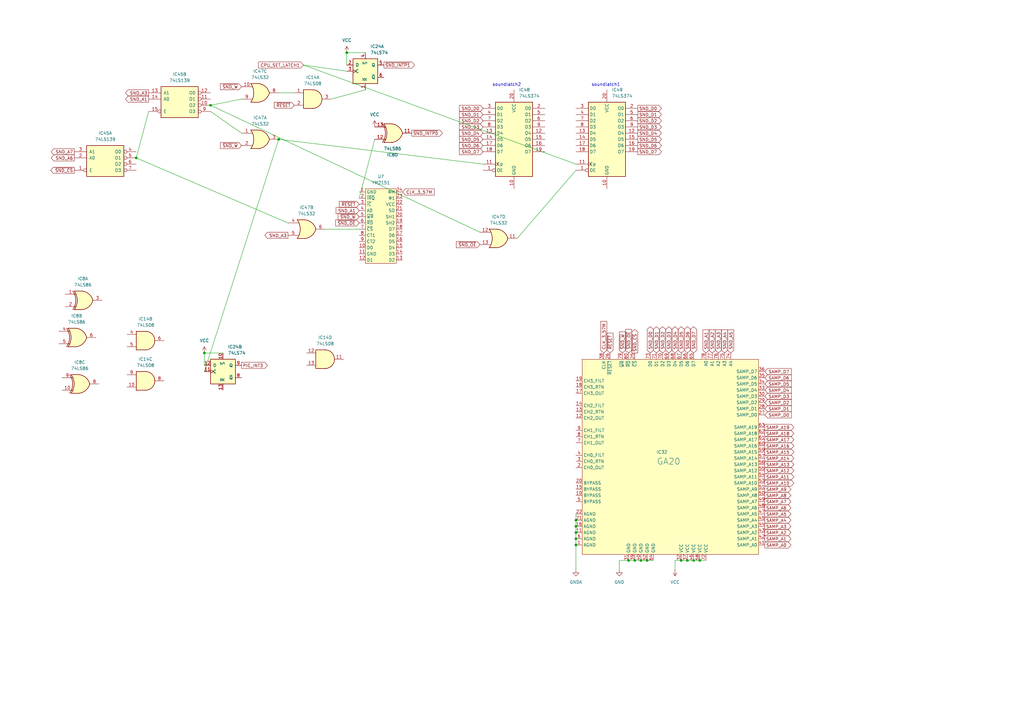
<source format=kicad_sch>
(kicad_sch (version 20230121) (generator eeschema)
  (paper "A3")
  (lib_symbols
    (symbol "74xx:74LS08" (pin_names (offset 1.016))
      (property "Reference" "U" (at 0 1.27 0))
      (property "Value" "74LS08" (at 0 -1.27 0))
      (symbol "74LS08_1_1"
        (arc (start 0 -3.81) (mid 3.7934 0) (end 0 3.81) (stroke (width 0.254)) (fill (type background)))
        (polyline (pts (xy 0 3.81) (xy -3.81 3.81) (xy -3.81 -3.81) (xy 0 -3.81)) (stroke (width 0.254)) (fill (type background)))
        (pin input line (at -7.62 2.54 0) (length 3.81) (name "~") (number "1"))
        (pin input line (at -7.62 -2.54 0) (length 3.81) (name "~") (number "2"))
        (pin output line (at 7.62 0 180) (length 3.81) (name "~") (number "3"))
      )
      (symbol "74LS08_1_2"
        (arc (start -3.81 -3.81) (mid -2.589 0) (end -3.81 3.81) (stroke (width 0.254)))
        (arc (start -0.6096 -3.81) (mid 2.1842 -2.5851) (end 3.81 0) (stroke (width 0.254)) (fill (type background)))
        (polyline (pts (xy -3.81 -3.81) (xy -0.635 -3.81)) (stroke (width 0.254)) (fill (type background)))
        (polyline (pts (xy -3.81 3.81) (xy -0.635 3.81)) (stroke (width 0.254)) (fill (type background)))
        (polyline (pts (xy -0.635 3.81) (xy -3.81 3.81) (xy -3.81 3.81) (xy -3.556 3.4036) (xy -3.0226 2.2606) (xy -2.6924 1.0414) (xy -2.6162 -0.254) (xy -2.7686 -1.4986) (xy -3.175 -2.7178) (xy -3.81 -3.81) (xy -3.81 -3.81) (xy -0.635 -3.81)) (stroke (width -25.4)) (fill (type background)))
        (arc (start 3.81 0) (mid 2.1915 2.5936) (end -0.6096 3.81) (stroke (width 0.254)) (fill (type background)))
        (pin input inverted (at -7.62 2.54 0) (length 4.318) (name "~") (number "1"))
        (pin input inverted (at -7.62 -2.54 0) (length 4.318) (name "~") (number "2"))
        (pin output inverted (at 7.62 0 180) (length 3.81) (name "~") (number "3"))
      )
      (symbol "74LS08_2_1"
        (arc (start 0 -3.81) (mid 3.7934 0) (end 0 3.81) (stroke (width 0.254)) (fill (type background)))
        (polyline (pts (xy 0 3.81) (xy -3.81 3.81) (xy -3.81 -3.81) (xy 0 -3.81)) (stroke (width 0.254)) (fill (type background)))
        (pin input line (at -7.62 2.54 0) (length 3.81) (name "~") (number "4"))
        (pin input line (at -7.62 -2.54 0) (length 3.81) (name "~") (number "5"))
        (pin output line (at 7.62 0 180) (length 3.81) (name "~") (number "6"))
      )
      (symbol "74LS08_2_2"
        (arc (start -3.81 -3.81) (mid -2.589 0) (end -3.81 3.81) (stroke (width 0.254)))
        (arc (start -0.6096 -3.81) (mid 2.1842 -2.5851) (end 3.81 0) (stroke (width 0.254)) (fill (type background)))
        (polyline (pts (xy -3.81 -3.81) (xy -0.635 -3.81)) (stroke (width 0.254)) (fill (type background)))
        (polyline (pts (xy -3.81 3.81) (xy -0.635 3.81)) (stroke (width 0.254)) (fill (type background)))
        (polyline (pts (xy -0.635 3.81) (xy -3.81 3.81) (xy -3.81 3.81) (xy -3.556 3.4036) (xy -3.0226 2.2606) (xy -2.6924 1.0414) (xy -2.6162 -0.254) (xy -2.7686 -1.4986) (xy -3.175 -2.7178) (xy -3.81 -3.81) (xy -3.81 -3.81) (xy -0.635 -3.81)) (stroke (width -25.4)) (fill (type background)))
        (arc (start 3.81 0) (mid 2.1915 2.5936) (end -0.6096 3.81) (stroke (width 0.254)) (fill (type background)))
        (pin input inverted (at -7.62 2.54 0) (length 4.318) (name "~") (number "4"))
        (pin input inverted (at -7.62 -2.54 0) (length 4.318) (name "~") (number "5"))
        (pin output inverted (at 7.62 0 180) (length 3.81) (name "~") (number "6"))
      )
      (symbol "74LS08_3_1"
        (arc (start 0 -3.81) (mid 3.7934 0) (end 0 3.81) (stroke (width 0.254)) (fill (type background)))
        (polyline (pts (xy 0 3.81) (xy -3.81 3.81) (xy -3.81 -3.81) (xy 0 -3.81)) (stroke (width 0.254)) (fill (type background)))
        (pin input line (at -7.62 -2.54 0) (length 3.81) (name "~") (number "10"))
        (pin output line (at 7.62 0 180) (length 3.81) (name "~") (number "8"))
        (pin input line (at -7.62 2.54 0) (length 3.81) (name "~") (number "9"))
      )
      (symbol "74LS08_3_2"
        (arc (start -3.81 -3.81) (mid -2.589 0) (end -3.81 3.81) (stroke (width 0.254)))
        (arc (start -0.6096 -3.81) (mid 2.1842 -2.5851) (end 3.81 0) (stroke (width 0.254)) (fill (type background)))
        (polyline (pts (xy -3.81 -3.81) (xy -0.635 -3.81)) (stroke (width 0.254)) (fill (type background)))
        (polyline (pts (xy -3.81 3.81) (xy -0.635 3.81)) (stroke (width 0.254)) (fill (type background)))
        (polyline (pts (xy -0.635 3.81) (xy -3.81 3.81) (xy -3.81 3.81) (xy -3.556 3.4036) (xy -3.0226 2.2606) (xy -2.6924 1.0414) (xy -2.6162 -0.254) (xy -2.7686 -1.4986) (xy -3.175 -2.7178) (xy -3.81 -3.81) (xy -3.81 -3.81) (xy -0.635 -3.81)) (stroke (width -25.4)) (fill (type background)))
        (arc (start 3.81 0) (mid 2.1915 2.5936) (end -0.6096 3.81) (stroke (width 0.254)) (fill (type background)))
        (pin input inverted (at -7.62 -2.54 0) (length 4.318) (name "~") (number "10"))
        (pin output inverted (at 7.62 0 180) (length 3.81) (name "~") (number "8"))
        (pin input inverted (at -7.62 2.54 0) (length 4.318) (name "~") (number "9"))
      )
      (symbol "74LS08_4_1"
        (arc (start 0 -3.81) (mid 3.7934 0) (end 0 3.81) (stroke (width 0.254)) (fill (type background)))
        (polyline (pts (xy 0 3.81) (xy -3.81 3.81) (xy -3.81 -3.81) (xy 0 -3.81)) (stroke (width 0.254)) (fill (type background)))
        (pin output line (at 7.62 0 180) (length 3.81) (name "~") (number "11"))
        (pin input line (at -7.62 2.54 0) (length 3.81) (name "~") (number "12"))
        (pin input line (at -7.62 -2.54 0) (length 3.81) (name "~") (number "13"))
      )
      (symbol "74LS08_4_2"
        (arc (start -3.81 -3.81) (mid -2.589 0) (end -3.81 3.81) (stroke (width 0.254)))
        (arc (start -0.6096 -3.81) (mid 2.1842 -2.5851) (end 3.81 0) (stroke (width 0.254)) (fill (type background)))
        (polyline (pts (xy -3.81 -3.81) (xy -0.635 -3.81)) (stroke (width 0.254)) (fill (type background)))
        (polyline (pts (xy -3.81 3.81) (xy -0.635 3.81)) (stroke (width 0.254)) (fill (type background)))
        (polyline (pts (xy -0.635 3.81) (xy -3.81 3.81) (xy -3.81 3.81) (xy -3.556 3.4036) (xy -3.0226 2.2606) (xy -2.6924 1.0414) (xy -2.6162 -0.254) (xy -2.7686 -1.4986) (xy -3.175 -2.7178) (xy -3.81 -3.81) (xy -3.81 -3.81) (xy -0.635 -3.81)) (stroke (width -25.4)) (fill (type background)))
        (arc (start 3.81 0) (mid 2.1915 2.5936) (end -0.6096 3.81) (stroke (width 0.254)) (fill (type background)))
        (pin output inverted (at 7.62 0 180) (length 3.81) (name "~") (number "11"))
        (pin input inverted (at -7.62 2.54 0) (length 4.318) (name "~") (number "12"))
        (pin input inverted (at -7.62 -2.54 0) (length 4.318) (name "~") (number "13"))
      )
      (symbol "74LS08_5_0"
        (pin power_in line (at 0 12.7 270) (length 5.08) (name "VCC") (number "14"))
        (pin power_in line (at 0 -12.7 90) (length 5.08) (name "GND") (number "7"))
      )
      (symbol "74LS08_5_1"
        (rectangle (start -5.08 7.62) (end 5.08 -7.62) (stroke (width 0.254)) (fill (type background)))
      )
    )
    (symbol "74xx:74LS139" (pin_names (offset 1.016))
      (property "Reference" "U" (at -7.62 8.89 0))
      (property "Value" "74LS139" (at -7.62 -8.89 0))
      (symbol "74LS139_1_0"
        (pin input inverted (at -12.7 -5.08 0) (length 5.08) (name "E") (number "1"))
        (pin input line (at -12.7 0 0) (length 5.08) (name "A0") (number "2"))
        (pin input line (at -12.7 2.54 0) (length 5.08) (name "A1") (number "3"))
        (pin output inverted (at 12.7 2.54 180) (length 5.08) (name "O0") (number "4"))
        (pin output inverted (at 12.7 0 180) (length 5.08) (name "O1") (number "5"))
        (pin output inverted (at 12.7 -2.54 180) (length 5.08) (name "O2") (number "6"))
        (pin output inverted (at 12.7 -5.08 180) (length 5.08) (name "O3") (number "7"))
      )
      (symbol "74LS139_1_1"
        (rectangle (start -7.62 5.08) (end 7.62 -7.62) (stroke (width 0.254)) (fill (type background)))
      )
      (symbol "74LS139_2_0"
        (pin output inverted (at 12.7 -2.54 180) (length 5.08) (name "O2") (number "10"))
        (pin output inverted (at 12.7 0 180) (length 5.08) (name "O1") (number "11"))
        (pin output inverted (at 12.7 2.54 180) (length 5.08) (name "O0") (number "12"))
        (pin input line (at -12.7 2.54 0) (length 5.08) (name "A1") (number "13"))
        (pin input line (at -12.7 0 0) (length 5.08) (name "A0") (number "14"))
        (pin input inverted (at -12.7 -5.08 0) (length 5.08) (name "E") (number "15"))
        (pin output inverted (at 12.7 -5.08 180) (length 5.08) (name "O3") (number "9"))
      )
      (symbol "74LS139_2_1"
        (rectangle (start -7.62 5.08) (end 7.62 -7.62) (stroke (width 0.254)) (fill (type background)))
      )
      (symbol "74LS139_3_0"
        (pin power_in line (at 0 12.7 270) (length 5.08) (name "VCC") (number "16"))
        (pin power_in line (at 0 -12.7 90) (length 5.08) (name "GND") (number "8"))
      )
      (symbol "74LS139_3_1"
        (rectangle (start -5.08 7.62) (end 5.08 -7.62) (stroke (width 0.254)) (fill (type background)))
      )
    )
    (symbol "74xx:74LS32" (pin_names (offset 1.016))
      (property "Reference" "U" (at 0 1.27 0))
      (property "Value" "74LS32" (at 0 -1.27 0))
      (symbol "74LS32_1_1"
        (arc (start -3.81 -3.81) (mid -2.589 0) (end -3.81 3.81) (stroke (width 0.254)))
        (arc (start -0.6096 -3.81) (mid 2.1842 -2.5851) (end 3.81 0) (stroke (width 0.254)) (fill (type background)))
        (polyline (pts (xy -3.81 -3.81) (xy -0.635 -3.81)) (stroke (width 0.254)) (fill (type background)))
        (polyline (pts (xy -3.81 3.81) (xy -0.635 3.81)) (stroke (width 0.254)) (fill (type background)))
        (polyline (pts (xy -0.635 3.81) (xy -3.81 3.81) (xy -3.81 3.81) (xy -3.556 3.4036) (xy -3.0226 2.2606) (xy -2.6924 1.0414) (xy -2.6162 -0.254) (xy -2.7686 -1.4986) (xy -3.175 -2.7178) (xy -3.81 -3.81) (xy -3.81 -3.81) (xy -0.635 -3.81)) (stroke (width -25.4)) (fill (type background)))
        (arc (start 3.81 0) (mid 2.1915 2.5936) (end -0.6096 3.81) (stroke (width 0.254)) (fill (type background)))
        (pin input line (at -7.62 2.54 0) (length 4.318) (name "~") (number "1"))
        (pin input line (at -7.62 -2.54 0) (length 4.318) (name "~") (number "2"))
        (pin output line (at 7.62 0 180) (length 3.81) (name "~") (number "3"))
      )
      (symbol "74LS32_1_2"
        (arc (start 0 -3.81) (mid 3.7934 0) (end 0 3.81) (stroke (width 0.254)) (fill (type background)))
        (polyline (pts (xy 0 3.81) (xy -3.81 3.81) (xy -3.81 -3.81) (xy 0 -3.81)) (stroke (width 0.254)) (fill (type background)))
        (pin input inverted (at -7.62 2.54 0) (length 3.81) (name "~") (number "1"))
        (pin input inverted (at -7.62 -2.54 0) (length 3.81) (name "~") (number "2"))
        (pin output inverted (at 7.62 0 180) (length 3.81) (name "~") (number "3"))
      )
      (symbol "74LS32_2_1"
        (arc (start -3.81 -3.81) (mid -2.589 0) (end -3.81 3.81) (stroke (width 0.254)))
        (arc (start -0.6096 -3.81) (mid 2.1842 -2.5851) (end 3.81 0) (stroke (width 0.254)) (fill (type background)))
        (polyline (pts (xy -3.81 -3.81) (xy -0.635 -3.81)) (stroke (width 0.254)) (fill (type background)))
        (polyline (pts (xy -3.81 3.81) (xy -0.635 3.81)) (stroke (width 0.254)) (fill (type background)))
        (polyline (pts (xy -0.635 3.81) (xy -3.81 3.81) (xy -3.81 3.81) (xy -3.556 3.4036) (xy -3.0226 2.2606) (xy -2.6924 1.0414) (xy -2.6162 -0.254) (xy -2.7686 -1.4986) (xy -3.175 -2.7178) (xy -3.81 -3.81) (xy -3.81 -3.81) (xy -0.635 -3.81)) (stroke (width -25.4)) (fill (type background)))
        (arc (start 3.81 0) (mid 2.1915 2.5936) (end -0.6096 3.81) (stroke (width 0.254)) (fill (type background)))
        (pin input line (at -7.62 2.54 0) (length 4.318) (name "~") (number "4"))
        (pin input line (at -7.62 -2.54 0) (length 4.318) (name "~") (number "5"))
        (pin output line (at 7.62 0 180) (length 3.81) (name "~") (number "6"))
      )
      (symbol "74LS32_2_2"
        (arc (start 0 -3.81) (mid 3.7934 0) (end 0 3.81) (stroke (width 0.254)) (fill (type background)))
        (polyline (pts (xy 0 3.81) (xy -3.81 3.81) (xy -3.81 -3.81) (xy 0 -3.81)) (stroke (width 0.254)) (fill (type background)))
        (pin input inverted (at -7.62 2.54 0) (length 3.81) (name "~") (number "4"))
        (pin input inverted (at -7.62 -2.54 0) (length 3.81) (name "~") (number "5"))
        (pin output inverted (at 7.62 0 180) (length 3.81) (name "~") (number "6"))
      )
      (symbol "74LS32_3_1"
        (arc (start -3.81 -3.81) (mid -2.589 0) (end -3.81 3.81) (stroke (width 0.254)))
        (arc (start -0.6096 -3.81) (mid 2.1842 -2.5851) (end 3.81 0) (stroke (width 0.254)) (fill (type background)))
        (polyline (pts (xy -3.81 -3.81) (xy -0.635 -3.81)) (stroke (width 0.254)) (fill (type background)))
        (polyline (pts (xy -3.81 3.81) (xy -0.635 3.81)) (stroke (width 0.254)) (fill (type background)))
        (polyline (pts (xy -0.635 3.81) (xy -3.81 3.81) (xy -3.81 3.81) (xy -3.556 3.4036) (xy -3.0226 2.2606) (xy -2.6924 1.0414) (xy -2.6162 -0.254) (xy -2.7686 -1.4986) (xy -3.175 -2.7178) (xy -3.81 -3.81) (xy -3.81 -3.81) (xy -0.635 -3.81)) (stroke (width -25.4)) (fill (type background)))
        (arc (start 3.81 0) (mid 2.1915 2.5936) (end -0.6096 3.81) (stroke (width 0.254)) (fill (type background)))
        (pin input line (at -7.62 -2.54 0) (length 4.318) (name "~") (number "10"))
        (pin output line (at 7.62 0 180) (length 3.81) (name "~") (number "8"))
        (pin input line (at -7.62 2.54 0) (length 4.318) (name "~") (number "9"))
      )
      (symbol "74LS32_3_2"
        (arc (start 0 -3.81) (mid 3.7934 0) (end 0 3.81) (stroke (width 0.254)) (fill (type background)))
        (polyline (pts (xy 0 3.81) (xy -3.81 3.81) (xy -3.81 -3.81) (xy 0 -3.81)) (stroke (width 0.254)) (fill (type background)))
        (pin input inverted (at -7.62 -2.54 0) (length 3.81) (name "~") (number "10"))
        (pin output inverted (at 7.62 0 180) (length 3.81) (name "~") (number "8"))
        (pin input inverted (at -7.62 2.54 0) (length 3.81) (name "~") (number "9"))
      )
      (symbol "74LS32_4_1"
        (arc (start -3.81 -3.81) (mid -2.589 0) (end -3.81 3.81) (stroke (width 0.254)))
        (arc (start -0.6096 -3.81) (mid 2.1842 -2.5851) (end 3.81 0) (stroke (width 0.254)) (fill (type background)))
        (polyline (pts (xy -3.81 -3.81) (xy -0.635 -3.81)) (stroke (width 0.254)) (fill (type background)))
        (polyline (pts (xy -3.81 3.81) (xy -0.635 3.81)) (stroke (width 0.254)) (fill (type background)))
        (polyline (pts (xy -0.635 3.81) (xy -3.81 3.81) (xy -3.81 3.81) (xy -3.556 3.4036) (xy -3.0226 2.2606) (xy -2.6924 1.0414) (xy -2.6162 -0.254) (xy -2.7686 -1.4986) (xy -3.175 -2.7178) (xy -3.81 -3.81) (xy -3.81 -3.81) (xy -0.635 -3.81)) (stroke (width -25.4)) (fill (type background)))
        (arc (start 3.81 0) (mid 2.1915 2.5936) (end -0.6096 3.81) (stroke (width 0.254)) (fill (type background)))
        (pin output line (at 7.62 0 180) (length 3.81) (name "~") (number "11"))
        (pin input line (at -7.62 2.54 0) (length 4.318) (name "~") (number "12"))
        (pin input line (at -7.62 -2.54 0) (length 4.318) (name "~") (number "13"))
      )
      (symbol "74LS32_4_2"
        (arc (start 0 -3.81) (mid 3.7934 0) (end 0 3.81) (stroke (width 0.254)) (fill (type background)))
        (polyline (pts (xy 0 3.81) (xy -3.81 3.81) (xy -3.81 -3.81) (xy 0 -3.81)) (stroke (width 0.254)) (fill (type background)))
        (pin output inverted (at 7.62 0 180) (length 3.81) (name "~") (number "11"))
        (pin input inverted (at -7.62 2.54 0) (length 3.81) (name "~") (number "12"))
        (pin input inverted (at -7.62 -2.54 0) (length 3.81) (name "~") (number "13"))
      )
      (symbol "74LS32_5_0"
        (pin power_in line (at 0 12.7 270) (length 5.08) (name "VCC") (number "14"))
        (pin power_in line (at 0 -12.7 90) (length 5.08) (name "GND") (number "7"))
      )
      (symbol "74LS32_5_1"
        (rectangle (start -5.08 7.62) (end 5.08 -7.62) (stroke (width 0.254)) (fill (type background)))
      )
    )
    (symbol "74xx:74LS374"
      (property "Reference" "U" (at -7.62 16.51 0))
      (property "Value" "74LS374" (at -7.62 -16.51 0))
      (symbol "74LS374_1_0"
        (pin input inverted (at -12.7 -12.7 0) (length 5.08) (name "OE") (number "1"))
        (pin power_in line (at 0 -20.32 90) (length 5.08) (name "GND") (number "10"))
        (pin input clock (at -12.7 -10.16 0) (length 5.08) (name "Cp") (number "11"))
        (pin tri_state line (at 12.7 2.54 180) (length 5.08) (name "O4") (number "12"))
        (pin input line (at -12.7 2.54 0) (length 5.08) (name "D4") (number "13"))
        (pin input line (at -12.7 0 0) (length 5.08) (name "D5") (number "14"))
        (pin tri_state line (at 12.7 0 180) (length 5.08) (name "O5") (number "15"))
        (pin tri_state line (at 12.7 -2.54 180) (length 5.08) (name "O6") (number "16"))
        (pin input line (at -12.7 -2.54 0) (length 5.08) (name "D6") (number "17"))
        (pin input line (at -12.7 -5.08 0) (length 5.08) (name "D7") (number "18"))
        (pin tri_state line (at 12.7 -5.08 180) (length 5.08) (name "O7") (number "19"))
        (pin tri_state line (at 12.7 12.7 180) (length 5.08) (name "O0") (number "2"))
        (pin power_in line (at 0 20.32 270) (length 5.08) (name "VCC") (number "20"))
        (pin input line (at -12.7 12.7 0) (length 5.08) (name "D0") (number "3"))
        (pin input line (at -12.7 10.16 0) (length 5.08) (name "D1") (number "4"))
        (pin tri_state line (at 12.7 10.16 180) (length 5.08) (name "O1") (number "5"))
        (pin tri_state line (at 12.7 7.62 180) (length 5.08) (name "O2") (number "6"))
        (pin input line (at -12.7 7.62 0) (length 5.08) (name "D2") (number "7"))
        (pin input line (at -12.7 5.08 0) (length 5.08) (name "D3") (number "8"))
        (pin tri_state line (at 12.7 5.08 180) (length 5.08) (name "O3") (number "9"))
      )
      (symbol "74LS374_1_1"
        (rectangle (start -7.62 15.24) (end 7.62 -15.24) (stroke (width 0.254)) (fill (type background)))
      )
    )
    (symbol "74xx:74LS74" (pin_names (offset 1.016))
      (property "Reference" "U" (at -7.62 8.89 0))
      (property "Value" "74LS74" (at -7.62 -8.89 0))
      (symbol "74LS74_1_0"
        (pin input line (at 0 -7.62 90) (length 2.54) (name "~{R}") (number "1"))
        (pin input line (at -7.62 2.54 0) (length 2.54) (name "D") (number "2"))
        (pin input clock (at -7.62 0 0) (length 2.54) (name "C") (number "3"))
        (pin input line (at 0 7.62 270) (length 2.54) (name "~{S}") (number "4"))
        (pin output line (at 7.62 2.54 180) (length 2.54) (name "Q") (number "5"))
        (pin output line (at 7.62 -2.54 180) (length 2.54) (name "~{Q}") (number "6"))
      )
      (symbol "74LS74_1_1"
        (rectangle (start -5.08 5.08) (end 5.08 -5.08) (stroke (width 0.254)) (fill (type background)))
      )
      (symbol "74LS74_2_0"
        (pin input line (at 0 7.62 270) (length 2.54) (name "~{S}") (number "10"))
        (pin input clock (at -7.62 0 0) (length 2.54) (name "C") (number "11"))
        (pin input line (at -7.62 2.54 0) (length 2.54) (name "D") (number "12"))
        (pin input line (at 0 -7.62 90) (length 2.54) (name "~{R}") (number "13"))
        (pin output line (at 7.62 -2.54 180) (length 2.54) (name "~{Q}") (number "8"))
        (pin output line (at 7.62 2.54 180) (length 2.54) (name "Q") (number "9"))
      )
      (symbol "74LS74_2_1"
        (rectangle (start -5.08 5.08) (end 5.08 -5.08) (stroke (width 0.254)) (fill (type background)))
      )
      (symbol "74LS74_3_0"
        (pin power_in line (at 0 10.16 270) (length 2.54) (name "VCC") (number "14"))
        (pin power_in line (at 0 -10.16 90) (length 2.54) (name "GND") (number "7"))
      )
      (symbol "74LS74_3_1"
        (rectangle (start -5.08 7.62) (end 5.08 -7.62) (stroke (width 0.254)) (fill (type background)))
      )
    )
    (symbol "74xx:74LS86" (pin_names (offset 1.016))
      (property "Reference" "U" (at 0 1.27 0))
      (property "Value" "74LS86" (at 0 -1.27 0))
      (symbol "74LS86_1_0"
        (arc (start -4.4196 -3.81) (mid -3.2033 0) (end -4.4196 3.81) (stroke (width 0.254)))
        (arc (start -3.81 -3.81) (mid -2.589 0) (end -3.81 3.81) (stroke (width 0.254)))
        (arc (start -0.6096 -3.81) (mid 2.1842 -2.5851) (end 3.81 0) (stroke (width 0.254)) (fill (type background)))
        (polyline (pts (xy -3.81 -3.81) (xy -0.635 -3.81)) (stroke (width 0.254)) (fill (type background)))
        (polyline (pts (xy -3.81 3.81) (xy -0.635 3.81)) (stroke (width 0.254)) (fill (type background)))
        (polyline (pts (xy -0.635 3.81) (xy -3.81 3.81) (xy -3.81 3.81) (xy -3.556 3.4036) (xy -3.0226 2.2606) (xy -2.6924 1.0414) (xy -2.6162 -0.254) (xy -2.7686 -1.4986) (xy -3.175 -2.7178) (xy -3.81 -3.81) (xy -3.81 -3.81) (xy -0.635 -3.81)) (stroke (width -25.4)) (fill (type background)))
        (arc (start 3.81 0) (mid 2.1915 2.5936) (end -0.6096 3.81) (stroke (width 0.254)) (fill (type background)))
        (pin input line (at -7.62 2.54 0) (length 4.445) (name "~") (number "1"))
        (pin input line (at -7.62 -2.54 0) (length 4.445) (name "~") (number "2"))
        (pin output line (at 7.62 0 180) (length 3.81) (name "~") (number "3"))
      )
      (symbol "74LS86_1_1"
        (polyline (pts (xy -3.81 -2.54) (xy -3.175 -2.54)) (stroke (width 0.1524)))
        (polyline (pts (xy -3.81 2.54) (xy -3.175 2.54)) (stroke (width 0.1524)))
      )
      (symbol "74LS86_2_0"
        (arc (start -4.4196 -3.81) (mid -3.2033 0) (end -4.4196 3.81) (stroke (width 0.254)))
        (arc (start -3.81 -3.81) (mid -2.589 0) (end -3.81 3.81) (stroke (width 0.254)))
        (arc (start -0.6096 -3.81) (mid 2.1842 -2.5851) (end 3.81 0) (stroke (width 0.254)) (fill (type background)))
        (polyline (pts (xy -3.81 -3.81) (xy -0.635 -3.81)) (stroke (width 0.254)) (fill (type background)))
        (polyline (pts (xy -3.81 3.81) (xy -0.635 3.81)) (stroke (width 0.254)) (fill (type background)))
        (polyline (pts (xy -0.635 3.81) (xy -3.81 3.81) (xy -3.81 3.81) (xy -3.556 3.4036) (xy -3.0226 2.2606) (xy -2.6924 1.0414) (xy -2.6162 -0.254) (xy -2.7686 -1.4986) (xy -3.175 -2.7178) (xy -3.81 -3.81) (xy -3.81 -3.81) (xy -0.635 -3.81)) (stroke (width -25.4)) (fill (type background)))
        (arc (start 3.81 0) (mid 2.1915 2.5936) (end -0.6096 3.81) (stroke (width 0.254)) (fill (type background)))
        (pin input line (at -7.62 2.54 0) (length 4.445) (name "~") (number "4"))
        (pin input line (at -7.62 -2.54 0) (length 4.445) (name "~") (number "5"))
        (pin output line (at 7.62 0 180) (length 3.81) (name "~") (number "6"))
      )
      (symbol "74LS86_2_1"
        (polyline (pts (xy -3.81 -2.54) (xy -3.175 -2.54)) (stroke (width 0.1524)))
        (polyline (pts (xy -3.81 2.54) (xy -3.175 2.54)) (stroke (width 0.1524)))
      )
      (symbol "74LS86_3_0"
        (arc (start -4.4196 -3.81) (mid -3.2033 0) (end -4.4196 3.81) (stroke (width 0.254)))
        (arc (start -3.81 -3.81) (mid -2.589 0) (end -3.81 3.81) (stroke (width 0.254)))
        (arc (start -0.6096 -3.81) (mid 2.1842 -2.5851) (end 3.81 0) (stroke (width 0.254)) (fill (type background)))
        (polyline (pts (xy -3.81 -3.81) (xy -0.635 -3.81)) (stroke (width 0.254)) (fill (type background)))
        (polyline (pts (xy -3.81 3.81) (xy -0.635 3.81)) (stroke (width 0.254)) (fill (type background)))
        (polyline (pts (xy -0.635 3.81) (xy -3.81 3.81) (xy -3.81 3.81) (xy -3.556 3.4036) (xy -3.0226 2.2606) (xy -2.6924 1.0414) (xy -2.6162 -0.254) (xy -2.7686 -1.4986) (xy -3.175 -2.7178) (xy -3.81 -3.81) (xy -3.81 -3.81) (xy -0.635 -3.81)) (stroke (width -25.4)) (fill (type background)))
        (arc (start 3.81 0) (mid 2.1915 2.5936) (end -0.6096 3.81) (stroke (width 0.254)) (fill (type background)))
        (pin input line (at -7.62 -2.54 0) (length 4.445) (name "~") (number "10"))
        (pin output line (at 7.62 0 180) (length 3.81) (name "~") (number "8"))
        (pin input line (at -7.62 2.54 0) (length 4.445) (name "~") (number "9"))
      )
      (symbol "74LS86_3_1"
        (polyline (pts (xy -3.81 -2.54) (xy -3.175 -2.54)) (stroke (width 0.1524)))
        (polyline (pts (xy -3.81 2.54) (xy -3.175 2.54)) (stroke (width 0.1524)))
      )
      (symbol "74LS86_4_0"
        (arc (start -4.4196 -3.81) (mid -3.2033 0) (end -4.4196 3.81) (stroke (width 0.254)))
        (arc (start -3.81 -3.81) (mid -2.589 0) (end -3.81 3.81) (stroke (width 0.254)))
        (arc (start -0.6096 -3.81) (mid 2.1842 -2.5851) (end 3.81 0) (stroke (width 0.254)) (fill (type background)))
        (polyline (pts (xy -3.81 -3.81) (xy -0.635 -3.81)) (stroke (width 0.254)) (fill (type background)))
        (polyline (pts (xy -3.81 3.81) (xy -0.635 3.81)) (stroke (width 0.254)) (fill (type background)))
        (polyline (pts (xy -0.635 3.81) (xy -3.81 3.81) (xy -3.81 3.81) (xy -3.556 3.4036) (xy -3.0226 2.2606) (xy -2.6924 1.0414) (xy -2.6162 -0.254) (xy -2.7686 -1.4986) (xy -3.175 -2.7178) (xy -3.81 -3.81) (xy -3.81 -3.81) (xy -0.635 -3.81)) (stroke (width -25.4)) (fill (type background)))
        (arc (start 3.81 0) (mid 2.1915 2.5936) (end -0.6096 3.81) (stroke (width 0.254)) (fill (type background)))
        (pin output line (at 7.62 0 180) (length 3.81) (name "~") (number "11"))
        (pin input line (at -7.62 2.54 0) (length 4.445) (name "~") (number "12"))
        (pin input line (at -7.62 -2.54 0) (length 4.445) (name "~") (number "13"))
      )
      (symbol "74LS86_4_1"
        (polyline (pts (xy -3.81 -2.54) (xy -3.175 -2.54)) (stroke (width 0.1524)))
        (polyline (pts (xy -3.81 2.54) (xy -3.175 2.54)) (stroke (width 0.1524)))
      )
      (symbol "74LS86_5_0"
        (pin power_in line (at 0 12.7 270) (length 5.08) (name "VCC") (number "14"))
        (pin power_in line (at 0 -12.7 90) (length 5.08) (name "GND") (number "7"))
      )
      (symbol "74LS86_5_1"
        (rectangle (start -5.08 7.62) (end 5.08 -7.62) (stroke (width 0.254)) (fill (type background)))
      )
    )
    (symbol "Irem:GA20"
      (property "Reference" "IC" (at -1.27 0 0))
      (property "Value" "GA20" (at -1.27 -3.81 0))
      (symbol "GA20_0_1"
        (rectangle (start -46.99 21.59) (end -46.99 21.59))
        (rectangle (start -46.99 21.59) (end -46.99 21.59))
        (rectangle (start -46.99 21.59) (end -46.99 21.59))
        (rectangle (start -46.99 21.59) (end -46.99 21.59))
        (rectangle (start -46.99 21.59) (end -46.99 21.59))
        (rectangle (start -46.99 21.59) (end -46.99 21.59))
        (circle (center -46.99 21.59) (radius 0.0001))
        (rectangle (start -38.1 39.37) (end 34.29 -40.64) (fill (type background)))
      )
      (symbol "GA20_1_1"
        (pin power_in line (at 36.83 35.56 180) (length 2.54) (name "AGND") (number "1"))
        (pin input line (at 36.83 15.24 180) (length 2.54) (name "BYPASS") (number "10"))
        (pin power_in line (at 36.83 30.48 180) (length 2.54) (name "AGND") (number "11"))
        (pin output line (at 36.83 -16.51 180) (length 2.54) (name "CH2_OUT") (number "12"))
        (pin input line (at 36.83 -19.05 180) (length 2.54) (name "CH2_RTN") (number "13"))
        (pin output line (at 36.83 -21.59 180) (length 2.54) (name "CH2_FILT") (number "14"))
        (pin input line (at 36.83 12.7 180) (length 2.54) (name "BYPASS") (number "15"))
        (pin power_in line (at 36.83 27.94 180) (length 2.54) (name "AGND") (number "16"))
        (pin output line (at 36.83 -26.67 180) (length 2.54) (name "CH3_OUT") (number "17"))
        (pin input line (at 36.83 -29.21 180) (length 2.54) (name "CH3_RTN") (number "18"))
        (pin output line (at 36.83 -31.75 180) (length 2.54) (name "CH3_FILT") (number "19"))
        (pin output line (at 36.83 3.81 180) (length 2.54) (name "CH0_OUT") (number "2"))
        (pin input line (at 36.83 10.16 180) (length 2.54) (name "BYPASS") (number "20"))
        (pin power_in line (at 36.83 25.4 180) (length 2.54) (name "AGND") (number "21"))
        (pin power_in line (at 36.83 22.86 180) (length 2.54) (name "AGND") (number "22"))
        (pin no_connect line (at 8.89 -26.67 180) (length 2.54) hide (name "NC") (number "23"))
        (pin no_connect line (at 8.89 -24.13 180) (length 2.54) hide (name "NC") (number "24"))
        (pin input line (at 12.7 -43.18 90) (length 2.54) (name "~{CS}") (number "25"))
        (pin input line (at 22.86 -43.18 90) (length 2.54) (name "~{RESET}") (number "26"))
        (pin input line (at -40.64 -17.78 0) (length 2.54) (name "SAMP_D0") (number "27"))
        (pin input line (at -40.64 -20.32 0) (length 2.54) (name "SAMP_D1") (number "28"))
        (pin input line (at -40.64 -22.86 0) (length 2.54) (name "SAMP_D2") (number "29"))
        (pin input line (at 36.83 1.27 180) (length 2.54) (name "CH0_RTN") (number "3"))
        (pin input line (at -40.64 -25.4 0) (length 2.54) (name "SAMP_D3") (number "30"))
        (pin power_in line (at 15.24 41.91 270) (length 2.54) (name "GND") (number "31"))
        (pin power_in line (at -6.35 41.91 270) (length 2.54) (name "VCC") (number "32"))
        (pin input line (at -40.64 -27.94 0) (length 2.54) (name "SAMP_D4") (number "33"))
        (pin input line (at -40.64 -30.48 0) (length 2.54) (name "SAMP_D5") (number "34"))
        (pin input line (at -40.64 -33.02 0) (length 2.54) (name "SAMP_D6") (number "35"))
        (pin input line (at -40.64 -35.56 0) (length 2.54) (name "SAMP_D7") (number "36"))
        (pin power_in line (at -8.89 41.91 270) (length 2.54) (name "VCC") (number "37"))
        (pin input line (at 25.4 -43.18 90) (length 2.54) (name "CLK") (number "38"))
        (pin power_in line (at 12.7 41.91 270) (length 2.54) (name "GND") (number "39"))
        (pin output line (at 36.83 -1.27 180) (length 2.54) (name "CH0_FILT") (number "4"))
        (pin power_in line (at 10.16 41.91 270) (length 2.54) (name "GND") (number "40"))
        (pin output line (at -40.64 35.56 0) (length 2.54) (name "SAMP_A0") (number "41"))
        (pin output line (at -40.64 33.02 0) (length 2.54) (name "SAMP_A1") (number "42"))
        (pin output line (at -40.64 30.48 0) (length 2.54) (name "SAMP_A2") (number "43"))
        (pin output line (at -40.64 27.94 0) (length 2.54) (name "SAMP_A3") (number "44"))
        (pin output line (at -40.64 25.4 0) (length 2.54) (name "SAMP_A4") (number "45"))
        (pin power_in line (at -11.43 41.91 270) (length 2.54) (name "VCC") (number "46"))
        (pin output line (at -40.64 22.86 0) (length 2.54) (name "SAMP_A5") (number "47"))
        (pin output line (at -40.64 20.32 0) (length 2.54) (name "SAMP_A6") (number "48"))
        (pin output line (at -40.64 17.78 0) (length 2.54) (name "SAMP_A7") (number "49"))
        (pin input line (at 36.83 17.78 180) (length 2.54) (name "BYPASS") (number "5"))
        (pin output line (at -40.64 15.24 0) (length 2.54) (name "SAMP_A8") (number "50"))
        (pin output line (at -40.64 12.7 0) (length 2.54) (name "SAMP_A9") (number "51"))
        (pin power_in line (at 7.62 41.91 270) (length 2.54) (name "GND") (number "52"))
        (pin output line (at -40.64 10.16 0) (length 2.54) (name "SAMP_A10") (number "53"))
        (pin output line (at -40.64 7.62 0) (length 2.54) (name "SAMP_A11") (number "54"))
        (pin output line (at -40.64 5.08 0) (length 2.54) (name "SAMP_A12") (number "55"))
        (pin output line (at -40.64 2.54 0) (length 2.54) (name "SAMP_A13") (number "56"))
        (pin output line (at -40.64 0 0) (length 2.54) (name "SAMP_A14") (number "57"))
        (pin power_in line (at -13.97 41.91 270) (length 2.54) (name "VCC") (number "58"))
        (pin output line (at -40.64 -2.54 0) (length 2.54) (name "SAMP_A15") (number "59"))
        (pin power_in line (at 36.83 33.02 180) (length 2.54) (name "AGND") (number "6"))
        (pin output line (at -40.64 -5.08 0) (length 2.54) (name "SAMP_A16") (number "60"))
        (pin output line (at -40.64 -7.62 0) (length 2.54) (name "SAMP_A17") (number "61"))
        (pin output line (at -40.64 -10.16 0) (length 2.54) (name "SAMP_A18") (number "62"))
        (pin output line (at -40.64 -12.7 0) (length 2.54) (name "SAMP_A19") (number "63"))
        (pin power_in line (at 5.08 41.91 270) (length 2.54) (name "GND") (number "64"))
        (pin tri_state line (at -11.43 -43.18 90) (length 2.54) (name "D7") (number "65"))
        (pin tri_state line (at -8.89 -43.18 90) (length 2.54) (name "D6") (number "66"))
        (pin tri_state line (at -6.35 -43.18 90) (length 2.54) (name "D5") (number "67"))
        (pin tri_state line (at -3.81 -43.18 90) (length 2.54) (name "D4") (number "68"))
        (pin tri_state line (at -1.27 -43.18 90) (length 2.54) (name "D3") (number "69"))
        (pin output line (at 36.83 -6.35 180) (length 2.54) (name "CH1_OUT") (number "7"))
        (pin tri_state line (at 1.27 -43.18 90) (length 2.54) (name "D2") (number "70"))
        (pin tri_state line (at 3.81 -43.18 90) (length 2.54) (name "D1") (number "71"))
        (pin power_in line (at -16.51 41.91 270) (length 2.54) (name "VCC") (number "72"))
        (pin tri_state line (at 6.35 -43.18 90) (length 2.54) (name "D0") (number "73"))
        (pin input line (at -26.67 -43.18 90) (length 2.54) (name "A4") (number "74"))
        (pin input line (at -24.13 -43.18 90) (length 2.54) (name "A3") (number "75"))
        (pin input line (at -21.59 -43.18 90) (length 2.54) (name "A2") (number "76"))
        (pin input line (at -19.05 -43.18 90) (length 2.54) (name "A1") (number "77"))
        (pin input line (at -16.51 -43.18 90) (length 2.54) (name "A0") (number "78"))
        (pin input line (at 17.78 -43.18 90) (length 2.54) (name "~{WR}") (number "79"))
        (pin input line (at 36.83 -8.89 180) (length 2.54) (name "CH1_RTN") (number "8"))
        (pin input line (at 15.24 -43.18 90) (length 2.54) (name "~{RD}") (number "80"))
        (pin output line (at 36.83 -11.43 180) (length 2.54) (name "CH1_FILT") (number "9"))
      )
    )
    (symbol "YM2151:YM2151"
      (property "Reference" "U" (at 0 19.05 0))
      (property "Value" "YM2151" (at 0 16.51 0))
      (symbol "YM2151_0_1"
        (rectangle (start -6.35 15.24) (end 6.35 -15.24) (stroke (width 0.1524)) (fill (type background)))
      )
      (symbol "YM2151_1_1"
        (pin power_in line (at -8.89 13.97 0) (length 2.54) (name "GND") (number "1"))
        (pin tri_state line (at -8.89 -8.89 0) (length 2.54) (name "D0") (number "10"))
        (pin power_in line (at -8.89 -11.43 0) (length 2.54) (name "GND") (number "11"))
        (pin tri_state line (at -8.89 -13.97 0) (length 2.54) (name "D1") (number "12"))
        (pin tri_state line (at 8.89 -13.97 180) (length 2.54) (name "D2") (number "13"))
        (pin tri_state line (at 8.89 -11.43 180) (length 2.54) (name "D3") (number "14"))
        (pin tri_state line (at 8.89 -8.89 180) (length 2.54) (name "D4") (number "15"))
        (pin tri_state line (at 8.89 -6.35 180) (length 2.54) (name "D5") (number "16"))
        (pin tri_state line (at 8.89 -3.81 180) (length 2.54) (name "D6") (number "17"))
        (pin tri_state line (at 8.89 -1.27 180) (length 2.54) (name "D7") (number "18"))
        (pin output line (at 8.89 1.27 180) (length 2.54) (name "SH2") (number "19"))
        (pin output line (at -8.89 11.43 0) (length 2.54) (name "~{IRQ}") (number "2"))
        (pin output line (at 8.89 3.81 180) (length 2.54) (name "SH1") (number "20"))
        (pin output line (at 8.89 6.35 180) (length 2.54) (name "SO") (number "21"))
        (pin power_in line (at 8.89 8.89 180) (length 2.54) (name "VCC") (number "22"))
        (pin output line (at 8.89 11.43 180) (length 2.54) (name "Φ1") (number "23"))
        (pin input line (at 8.89 13.97 180) (length 2.54) (name "ΦM") (number "24"))
        (pin input line (at -8.89 8.89 0) (length 2.54) (name "~{IC}") (number "3"))
        (pin input line (at -8.89 6.35 0) (length 2.54) (name "A0") (number "4"))
        (pin input line (at -8.89 3.81 0) (length 2.54) (name "~{WR}") (number "5"))
        (pin input line (at -8.89 1.27 0) (length 2.54) (name "~{RD}") (number "6"))
        (pin input line (at -8.89 -1.27 0) (length 2.54) (name "~{CS}") (number "7"))
        (pin output line (at -8.89 -3.81 0) (length 2.54) (name "CT1") (number "8"))
        (pin output line (at -8.89 -6.35 0) (length 2.54) (name "CT2") (number "9"))
      )
    )
    (symbol "power:GND" (power) (pin_names (offset 0))
      (property "Value" "GND" (at 0 -3.81 0))
      (symbol "GND_0_1"
        (polyline (pts (xy 0 0) (xy 0 -1.27) (xy 1.27 -1.27) (xy 0 -2.54) (xy -1.27 -1.27) (xy 0 -1.27)))
      )
      (symbol "GND_1_1"
        (pin power_in line (at 0 0 270) (length 0) hide (name "GND") (number "1"))
      )
    )
    (symbol "power:GNDA" (power) (pin_names (offset 0))
      (property "Value" "GNDA" (at 0 -3.81 0))
      (symbol "GNDA_0_1"
        (polyline (pts (xy 0 0) (xy 0 -1.27) (xy 1.27 -1.27) (xy 0 -2.54) (xy -1.27 -1.27) (xy 0 -1.27)))
      )
      (symbol "GNDA_1_1"
        (pin power_in line (at 0 0 270) (length 0) hide (name "GNDA") (number "1"))
      )
    )
    (symbol "power:VCC" (power) (pin_names (offset 0))
      (property "Value" "VCC" (at 0 3.81 0))
      (symbol "VCC_0_1"
        (polyline (pts (xy -0.762 1.27) (xy 0 2.54)))
        (polyline (pts (xy 0 0) (xy 0 2.54)))
        (polyline (pts (xy 0 2.54) (xy 0.762 1.27)))
      )
      (symbol "VCC_1_1"
        (pin power_in line (at 0 0 90) (length 0) hide (name "VCC") (number "1"))
      )
    )
  )
  (junction (at 114.3 57.15))
  (junction (at 236.22 223.52))
  (junction (at 257.81 229.87))
  (junction (at 83.82 144.78))
  (junction (at 236.22 213.36))
  (junction (at 279.4 229.87))
  (junction (at 86.36 43.18))
  (junction (at 55.88 64.77))
  (junction (at 236.22 215.9))
  (junction (at 281.94 229.87))
  (junction (at 287.02 229.87))
  (junction (at 142.24 21.59))
  (junction (at 236.22 220.98))
  (junction (at 262.89 229.87))
  (junction (at 260.35 229.87))
  (junction (at 284.48 229.87))
  (junction (at 236.22 218.44))
  (junction (at 265.43 229.87))
  (wire (pts (xy 254 229.87) (xy 254 233.68)))
  (wire (pts (xy 236.22 223.52) (xy 236.22 233.68)))
  (wire (pts (xy 135.89 40.64) (xy 149.86 36.83)))
  (wire (pts (xy 257.81 229.87) (xy 254 229.87)))
  (wire (pts (xy 83.82 149.86) (xy 83.82 144.78)))
  (wire (pts (xy 287.02 229.87) (xy 284.48 229.87)))
  (wire (pts (xy 284.48 229.87) (xy 281.94 229.87)))
  (wire (pts (xy 83.82 144.78) (xy 91.44 144.78)))
  (wire (pts (xy 86.36 45.72) (xy 99.06 54.61)))
  (wire (pts (xy 142.24 26.67) (xy 142.24 21.59)))
  (wire (pts (xy 124.46 26.67) (xy 142.24 29.21)))
  (wire (pts (xy 142.24 21.59) (xy 149.86 21.59)))
  (wire (pts (xy 114.3 57.15) (xy 198.12 67.31)))
  (wire (pts (xy 265.43 229.87) (xy 262.89 229.87)))
  (wire (pts (xy 114.3 38.1) (xy 120.65 38.1)))
  (wire (pts (xy 86.36 43.18) (xy 99.06 40.64)))
  (wire (pts (xy 267.97 229.87) (xy 265.43 229.87)))
  (wire (pts (xy 236.22 67.31) (xy 124.46 26.67)))
  (wire (pts (xy 236.22 220.98) (xy 236.22 223.52)))
  (wire (pts (xy 60.96 45.72) (xy 55.88 64.77)))
  (wire (pts (xy 236.22 210.82) (xy 236.22 213.36)))
  (wire (pts (xy 196.85 95.25) (xy 86.36 43.18)))
  (wire (pts (xy 236.22 215.9) (xy 236.22 218.44)))
  (wire (pts (xy 212.09 97.79) (xy 236.22 69.85)))
  (wire (pts (xy 262.89 229.87) (xy 260.35 229.87)))
  (wire (pts (xy 236.22 213.36) (xy 236.22 215.9)))
  (wire (pts (xy 118.11 91.44) (xy 55.88 64.77)))
  (wire (pts (xy 133.35 93.98) (xy 147.32 93.98)))
  (wire (pts (xy 260.35 229.87) (xy 257.81 229.87)))
  (wire (pts (xy 83.82 152.4) (xy 114.3 57.15)))
  (wire (pts (xy 289.56 229.87) (xy 287.02 229.87)))
  (wire (pts (xy 279.4 229.87) (xy 276.86 229.87)))
  (wire (pts (xy 281.94 229.87) (xy 279.4 229.87)))
  (wire (pts (xy 276.86 229.87) (xy 276.86 233.68)))
  (wire (pts (xy 236.22 218.44) (xy 236.22 220.98)))
  (wire (pts (xy 147.32 81.28) (xy 153.67 57.15)))
  (text "soundlatch2" (at 201.93 35.56 0) (effects (font (size 1.27 1.27)) (justify left bottom)))
  (text "soundlatch1" (at 242.57 35.56 0) (effects (font (size 1.27 1.27)) (justify left bottom)))
  (global_label "SND_D0" (shape bidirectional) (at 266.7 144.78 90) (property "Intersheetrefs" "${INTERSHEET_REFS}" (effects hide)))
  (global_label "SND_D6" (shape bidirectional) (at 281.94 144.78 90) (property "Intersheetrefs" "${INTERSHEET_REFS}" (effects hide)))
  (global_label "SND_A3" (shape output) (at 60.96 38.1 180) (property "Intersheetrefs" "${INTERSHEET_REFS}" (effects hide)))
  (global_label "~{SND_W}" (shape input) (at 147.32 88.9 180) (property "Intersheetrefs" "${INTERSHEET_REFS}" (effects hide)))
  (global_label "SND_A1" (shape input) (at 289.56 144.78 90) (property "Intersheetrefs" "${INTERSHEET_REFS}" (effects hide)))
  (global_label "SND_D0" (shape output) (at 261.62 44.45 0) (property "Intersheetrefs" "${INTERSHEET_REFS}" (effects hide)))
  (global_label "SND_D6" (shape output) (at 261.62 59.69 0) (property "Intersheetrefs" "${INTERSHEET_REFS}" (effects hide)))
  (global_label "~{SND_W}" (shape input) (at 99.06 35.56 180) (property "Intersheetrefs" "${INTERSHEET_REFS}" (effects hide)))
  (global_label "SND_D1" (shape output) (at 261.62 46.99 0) (property "Intersheetrefs" "${INTERSHEET_REFS}" (effects hide)))
  (global_label "SAMP_D4" (shape input) (at 313.69 160.02 0) (property "Intersheetrefs" "${INTERSHEET_REFS}" (effects hide)))
  (global_label "SAMP_D2" (shape input) (at 313.69 165.1 0) (property "Intersheetrefs" "${INTERSHEET_REFS}" (effects hide)))
  (global_label "SND_D1" (shape bidirectional) (at 269.24 144.78 90) (property "Intersheetrefs" "${INTERSHEET_REFS}" (effects hide)))
  (global_label "SAMP_A9" (shape output) (at 313.69 200.66 0) (property "Intersheetrefs" "${INTERSHEET_REFS}" (effects hide)))
  (global_label "~{SND_INTP1}" (shape output) (at 157.48 26.67 0) (property "Intersheetrefs" "${INTERSHEET_REFS}" (effects hide)))
  (global_label "SAMP_D3" (shape input) (at 313.69 162.56 0) (property "Intersheetrefs" "${INTERSHEET_REFS}" (effects hide)))
  (global_label "SAMP_A18" (shape output) (at 313.69 177.8 0) (property "Intersheetrefs" "${INTERSHEET_REFS}" (effects hide)))
  (global_label "~{RESET}" (shape input) (at 147.32 83.82 180) (property "Intersheetrefs" "${INTERSHEET_REFS}" (effects hide)))
  (global_label "SND_D4" (shape output) (at 261.62 54.61 0) (property "Intersheetrefs" "${INTERSHEET_REFS}" (effects hide)))
  (global_label "SAMP_A10" (shape output) (at 313.69 198.12 0) (property "Intersheetrefs" "${INTERSHEET_REFS}" (effects hide)))
  (global_label "SAMP_A16" (shape output) (at 313.69 182.88 0) (property "Intersheetrefs" "${INTERSHEET_REFS}" (effects hide)))
  (global_label "SAMP_A6" (shape output) (at 313.69 208.28 0) (property "Intersheetrefs" "${INTERSHEET_REFS}" (effects hide)))
  (global_label "SAMP_D5" (shape input) (at 313.69 157.48 0) (property "Intersheetrefs" "${INTERSHEET_REFS}" (effects hide)))
  (global_label "~{SND_OE}" (shape input) (at 196.85 100.33 180) (property "Intersheetrefs" "${INTERSHEET_REFS}" (effects hide)))
  (global_label "PIC_INT3" (shape output) (at 99.06 149.86 0) (property "Intersheetrefs" "${INTERSHEET_REFS}" (effects hide)))
  (global_label "SND_D2" (shape input) (at 198.12 49.53 180) (property "Intersheetrefs" "${INTERSHEET_REFS}" (effects hide)))
  (global_label "SND_D5" (shape bidirectional) (at 279.4 144.78 90) (property "Intersheetrefs" "${INTERSHEET_REFS}" (effects hide)))
  (global_label "SAMP_A13" (shape output) (at 313.69 190.5 0) (property "Intersheetrefs" "${INTERSHEET_REFS}" (effects hide)))
  (global_label "SND_D1" (shape input) (at 198.12 46.99 180) (property "Intersheetrefs" "${INTERSHEET_REFS}" (effects hide)))
  (global_label "SND_D2" (shape output) (at 261.62 49.53 0) (property "Intersheetrefs" "${INTERSHEET_REFS}" (effects hide)))
  (global_label "SND_D3" (shape output) (at 261.62 52.07 0) (property "Intersheetrefs" "${INTERSHEET_REFS}" (effects hide)))
  (global_label "SND_D3" (shape bidirectional) (at 274.32 144.78 90) (property "Intersheetrefs" "${INTERSHEET_REFS}" (effects hide)))
  (global_label "SND_A5" (shape input) (at 299.72 144.78 90) (property "Intersheetrefs" "${INTERSHEET_REFS}" (effects hide)))
  (global_label "SAMP_D7" (shape input) (at 313.69 152.4 0) (property "Intersheetrefs" "${INTERSHEET_REFS}" (effects hide)))
  (global_label "CPU_SET_LATCH1" (shape input) (at 124.46 26.67 180) (property "Intersheetrefs" "${INTERSHEET_REFS}" (effects hide)))
  (global_label "SND_A2" (shape input) (at 292.1 144.78 90) (property "Intersheetrefs" "${INTERSHEET_REFS}" (effects hide)))
  (global_label "SAMP_A11" (shape output) (at 313.69 195.58 0) (property "Intersheetrefs" "${INTERSHEET_REFS}" (effects hide)))
  (global_label "SAMP_A19" (shape output) (at 313.69 175.26 0) (property "Intersheetrefs" "${INTERSHEET_REFS}" (effects hide)))
  (global_label "SND_D6" (shape input) (at 198.12 59.69 180) (property "Intersheetrefs" "${INTERSHEET_REFS}" (effects hide)))
  (global_label "SAMP_D6" (shape input) (at 313.69 154.94 0) (property "Intersheetrefs" "${INTERSHEET_REFS}" (effects hide)))
  (global_label "SAMP_A4" (shape output) (at 313.69 213.36 0) (property "Intersheetrefs" "${INTERSHEET_REFS}" (effects hide)))
  (global_label "SAMP_D0" (shape input) (at 313.69 170.18 0) (property "Intersheetrefs" "${INTERSHEET_REFS}" (effects hide)))
  (global_label "SND_D4" (shape input) (at 198.12 54.61 180) (property "Intersheetrefs" "${INTERSHEET_REFS}" (effects hide)))
  (global_label "~{SND_OE}" (shape input) (at 147.32 91.44 180) (property "Intersheetrefs" "${INTERSHEET_REFS}" (effects hide)))
  (global_label "SAMP_A12" (shape output) (at 313.69 193.04 0) (property "Intersheetrefs" "${INTERSHEET_REFS}" (effects hide)))
  (global_label "SND_A3" (shape input) (at 294.64 144.78 90) (property "Intersheetrefs" "${INTERSHEET_REFS}" (effects hide)))
  (global_label "SAMP_D1" (shape input) (at 313.69 167.64 0) (property "Intersheetrefs" "${INTERSHEET_REFS}" (effects hide)))
  (global_label "SND_D5" (shape input) (at 198.12 57.15 180) (property "Intersheetrefs" "${INTERSHEET_REFS}" (effects hide)))
  (global_label "SAMP_A8" (shape output) (at 313.69 203.2 0) (property "Intersheetrefs" "${INTERSHEET_REFS}" (effects hide)))
  (global_label "~{SND_W}" (shape input) (at 255.27 144.78 90) (property "Intersheetrefs" "${INTERSHEET_REFS}" (effects hide)))
  (global_label "SAMP_A15" (shape output) (at 313.69 185.42 0) (property "Intersheetrefs" "${INTERSHEET_REFS}" (effects hide)))
  (global_label "~{SND_INTP0}" (shape output) (at 168.91 54.61 0) (property "Intersheetrefs" "${INTERSHEET_REFS}" (effects hide)))
  (global_label "SND_A4" (shape input) (at 297.18 144.78 90) (property "Intersheetrefs" "${INTERSHEET_REFS}" (effects hide)))
  (global_label "~{SND_CS}" (shape output) (at 30.48 69.85 180) (property "Intersheetrefs" "${INTERSHEET_REFS}" (effects hide)))
  (global_label "CLK_3_57M" (shape input) (at 165.1 78.74 0) (property "Intersheetrefs" "${INTERSHEET_REFS}" (effects hide)))
  (global_label "SND_A7" (shape output) (at 30.48 62.23 180) (property "Intersheetrefs" "${INTERSHEET_REFS}" (effects hide)))
  (global_label "~{RESET}" (shape input) (at 250.19 144.78 90) (property "Intersheetrefs" "${INTERSHEET_REFS}" (effects hide)))
  (global_label "SAMP_A7" (shape output) (at 313.69 205.74 0) (property "Intersheetrefs" "${INTERSHEET_REFS}" (effects hide)))
  (global_label "SND_D3" (shape input) (at 198.12 52.07 180) (property "Intersheetrefs" "${INTERSHEET_REFS}" (effects hide)))
  (global_label "SAMP_A14" (shape output) (at 313.69 187.96 0) (property "Intersheetrefs" "${INTERSHEET_REFS}" (effects hide)))
  (global_label "SND_A6" (shape output) (at 30.48 64.77 180) (property "Intersheetrefs" "${INTERSHEET_REFS}" (effects hide)))
  (global_label "SAMP_A0" (shape output) (at 313.69 223.52 0) (property "Intersheetrefs" "${INTERSHEET_REFS}" (effects hide)))
  (global_label "~{SND_OE}" (shape input) (at 257.81 144.78 90) (property "Intersheetrefs" "${INTERSHEET_REFS}" (effects hide)))
  (global_label "SAMP_A3" (shape output) (at 313.69 215.9 0) (property "Intersheetrefs" "${INTERSHEET_REFS}" (effects hide)))
  (global_label "SAMP_A5" (shape output) (at 313.69 210.82 0) (property "Intersheetrefs" "${INTERSHEET_REFS}" (effects hide)))
  (global_label "SND_A3" (shape output) (at 118.11 96.52 180) (property "Intersheetrefs" "${INTERSHEET_REFS}" (effects hide)))
  (global_label "SND_D7" (shape output) (at 261.62 62.23 0) (property "Intersheetrefs" "${INTERSHEET_REFS}" (effects hide)))
  (global_label "CLK_3_57M" (shape input) (at 247.65 144.78 90) (property "Intersheetrefs" "${INTERSHEET_REFS}" (effects hide)))
  (global_label "SND_D2" (shape bidirectional) (at 271.78 144.78 90) (property "Intersheetrefs" "${INTERSHEET_REFS}" (effects hide)))
  (global_label "SAMP_A1" (shape output) (at 313.69 220.98 0) (property "Intersheetrefs" "${INTERSHEET_REFS}" (effects hide)))
  (global_label "SND_D7" (shape input) (at 198.12 62.23 180) (property "Intersheetrefs" "${INTERSHEET_REFS}" (effects hide)))
  (global_label "SND_A1" (shape input) (at 147.32 86.36 180) (property "Intersheetrefs" "${INTERSHEET_REFS}" (effects hide)))
  (global_label "SND_D4" (shape bidirectional) (at 276.86 144.78 90) (property "Intersheetrefs" "${INTERSHEET_REFS}" (effects hide)))
  (global_label "SND_D5" (shape output) (at 261.62 57.15 0) (property "Intersheetrefs" "${INTERSHEET_REFS}" (effects hide)))
  (global_label "~{RESET}" (shape input) (at 120.65 43.18 180) (property "Intersheetrefs" "${INTERSHEET_REFS}" (effects hide)))
  (global_label "SAMP_A2" (shape output) (at 313.69 218.44 0) (property "Intersheetrefs" "${INTERSHEET_REFS}" (effects hide)))
  (global_label "SAMP_A17" (shape output) (at 313.69 180.34 0) (property "Intersheetrefs" "${INTERSHEET_REFS}" (effects hide)))
  (global_label "~{SND_CS}" (shape output) (at 260.35 144.78 90) (property "Intersheetrefs" "${INTERSHEET_REFS}" (effects hide)))
  (global_label "SND_D0" (shape input) (at 198.12 44.45 180) (property "Intersheetrefs" "${INTERSHEET_REFS}" (effects hide)))
  (global_label "SND_A1" (shape output) (at 60.96 40.64 180) (property "Intersheetrefs" "${INTERSHEET_REFS}" (effects hide)))
  (global_label "SND_D7" (shape bidirectional) (at 284.48 144.78 90) (property "Intersheetrefs" "${INTERSHEET_REFS}" (effects hide)))
  (global_label "~{SND_W}" (shape input) (at 99.06 59.69 180) (property "Intersheetrefs" "${INTERSHEET_REFS}" (effects hide)))
  (symbol (lib_id "74xx:74LS86") (at 161.29 54.61 0) (mirror x) (unit 4)
    (property "Reference" "IC8" (at 160.9852 63.5 0))
    (property "Value" "74LS86" (at 160.9852 60.96 0))
    (property "Datasheet" "74xx/74ls86.pdf" (effects hide))
  )
  (symbol (lib_id "74xx:74LS139") (at 73.66 40.64 0) (unit 2)
    (property "Reference" "IC45" (at 73.66 30.48 0))
    (property "Value" "74LS139" (at 73.66 33.02 0))
    (property "Datasheet" "http://www.ti.com/lit/ds/symlink/sn74ls139a.pdf" (effects hide))
  )
  (symbol (lib_id "Irem:GA20") (at 273.05 187.96 180) (unit 1)
    (property "Reference" "IC32" (at 269.24 185.42 0) (effects (justify right)))
    (property "Value" "GA20" (at 269.24 189.23 0) (effects (font (size 2.54 2.54)) (justify right)))
  )
  (symbol (lib_id "power:VCC") (at 142.24 21.59 0) (unit 1)
    (property "Reference" "#PWR?" (effects hide))
    (property "Value" "VCC" (at 142.24 16.51 0))
  )
  (symbol (lib_id "74xx:74LS74") (at 149.86 29.21 0) (unit 1)
    (property "Reference" "IC24" (at 151.8794 19.05 0) (effects (justify left)))
    (property "Value" "74LS74" (at 151.8794 21.59 0) (effects (justify left)))
    (property "Datasheet" "74xx/74hc_hct74.pdf" (effects hide))
  )
  (symbol (lib_id "74xx:74LS32") (at 204.47 97.79 0) (unit 4)
    (property "Reference" "IC47" (at 204.47 88.9 0))
    (property "Value" "74LS32" (at 204.47 91.44 0))
    (property "Datasheet" "http://www.ti.com/lit/gpn/sn74LS32" (effects hide))
  )
  (symbol (lib_id "power:VCC") (at 153.67 52.07 0) (mirror y) (unit 1)
    (property "Reference" "#PWR?" (effects hide))
    (property "Value" "VCC" (at 153.67 46.99 0))
  )
  (symbol (lib_id "74xx:74LS08") (at 59.69 139.7 0) (unit 2)
    (property "Reference" "IC14" (at 59.69 130.81 0))
    (property "Value" "74LS08" (at 59.69 133.35 0))
    (property "Datasheet" "http://www.ti.com/lit/gpn/sn74LS08" (effects hide))
  )
  (symbol (lib_id "74xx:74LS139") (at 43.18 64.77 0) (unit 1)
    (property "Reference" "IC45" (at 43.18 54.61 0))
    (property "Value" "74LS139" (at 43.18 57.15 0))
    (property "Datasheet" "http://www.ti.com/lit/ds/symlink/sn74ls139a.pdf" (effects hide))
  )
  (symbol (lib_id "power:VCC") (at 276.86 233.68 180) (unit 1)
    (property "Reference" "#PWR?" (effects hide))
    (property "Value" "VCC" (at 276.86 238.76 0))
  )
  (symbol (lib_id "74xx:74LS86") (at 31.75 138.43 0) (unit 2)
    (property "Reference" "IC8" (at 31.4452 129.54 0))
    (property "Value" "74LS86" (at 31.4452 132.08 0))
    (property "Datasheet" "74xx/74ls86.pdf" (effects hide))
  )
  (symbol (lib_id "74xx:74LS86") (at 33.02 157.48 0) (unit 3)
    (property "Reference" "IC8" (at 32.7152 148.59 0))
    (property "Value" "74LS86" (at 32.7152 151.13 0))
    (property "Datasheet" "74xx/74ls86.pdf" (effects hide))
  )
  (symbol (lib_id "power:VCC") (at 83.82 144.78 0) (unit 1)
    (property "Reference" "#PWR?" (effects hide))
    (property "Value" "VCC" (at 83.82 139.7 0))
  )
  (symbol (lib_id "power:GNDA") (at 236.22 233.68 0) (unit 1)
    (property "Reference" "#PWR?" (effects hide))
    (property "Value" "GNDA" (at 236.22 238.76 0))
  )
  (symbol (lib_id "74xx:74LS08") (at 133.35 147.32 0) (unit 4)
    (property "Reference" "IC14" (at 133.35 138.43 0))
    (property "Value" "74LS08" (at 133.35 140.97 0))
    (property "Datasheet" "http://www.ti.com/lit/gpn/sn74LS08" (effects hide))
  )
  (symbol (lib_id "74xx:74LS374") (at 248.92 57.15 0) (unit 1)
    (property "Reference" "IC49" (at 250.9394 36.83 0) (effects (justify left)))
    (property "Value" "74LS374" (at 250.9394 39.37 0) (effects (justify left)))
    (property "Datasheet" "http://www.ti.com/lit/gpn/sn74LS374" (effects hide))
  )
  (symbol (lib_id "74xx:74LS86") (at 34.29 123.19 0) (unit 1)
    (property "Reference" "IC8" (at 33.9852 114.3 0))
    (property "Value" "74LS86" (at 33.9852 116.84 0))
    (property "Datasheet" "74xx/74ls86.pdf" (effects hide))
  )
  (symbol (lib_id "YM2151:YM2151") (at 156.21 92.71 0) (unit 1)
    (property "Reference" "U?" (at 156.21 72.39 0))
    (property "Value" "YM2151" (at 156.21 74.93 0))
  )
  (symbol (lib_id "74xx:74LS08") (at 59.69 156.21 0) (unit 3)
    (property "Reference" "IC14" (at 59.69 147.32 0))
    (property "Value" "74LS08" (at 59.69 149.86 0))
    (property "Datasheet" "http://www.ti.com/lit/gpn/sn74LS08" (effects hide))
  )
  (symbol (lib_id "74xx:74LS08") (at 128.27 40.64 0) (unit 1)
    (property "Reference" "IC14" (at 128.27 31.75 0))
    (property "Value" "74LS08" (at 128.27 34.29 0))
    (property "Datasheet" "http://www.ti.com/lit/gpn/sn74LS08" (effects hide))
  )
  (symbol (lib_id "74xx:74LS32") (at 106.68 38.1 0) (mirror x) (unit 3)
    (property "Reference" "IC47" (at 106.68 29.21 0))
    (property "Value" "74LS32" (at 106.68 31.75 0))
    (property "Datasheet" "http://www.ti.com/lit/gpn/sn74LS32" (effects hide))
  )
  (symbol (lib_id "74xx:74LS74") (at 91.44 152.4 0) (unit 2)
    (property "Reference" "IC24" (at 93.4594 142.24 0) (effects (justify left)))
    (property "Value" "74LS74" (at 93.4594 144.78 0) (effects (justify left)))
    (property "Datasheet" "74xx/74hc_hct74.pdf" (effects hide))
  )
  (symbol (lib_id "74xx:74LS32") (at 106.68 57.15 0) (unit 1)
    (property "Reference" "IC47" (at 106.68 48.26 0))
    (property "Value" "74LS32" (at 106.68 50.8 0))
    (property "Datasheet" "http://www.ti.com/lit/gpn/sn74LS32" (effects hide))
  )
  (symbol (lib_id "power:GND") (at 254 233.68 0) (unit 1)
    (property "Reference" "#PWR?" (effects hide))
    (property "Value" "GND" (at 254 238.76 0))
  )
  (symbol (lib_id "74xx:74LS32") (at 125.73 93.98 0) (unit 2)
    (property "Reference" "IC47" (at 125.73 85.09 0))
    (property "Value" "74LS32" (at 125.73 87.63 0))
    (property "Datasheet" "http://www.ti.com/lit/gpn/sn74LS32" (effects hide))
  )
  (symbol (lib_id "74xx:74LS374") (at 210.82 57.15 0) (unit 1)
    (property "Reference" "IC48" (at 212.8394 36.83 0) (effects (justify left)))
    (property "Value" "74LS374" (at 212.8394 39.37 0) (effects (justify left)))
    (property "Datasheet" "http://www.ti.com/lit/gpn/sn74LS374" (effects hide))
  )
)
</source>
